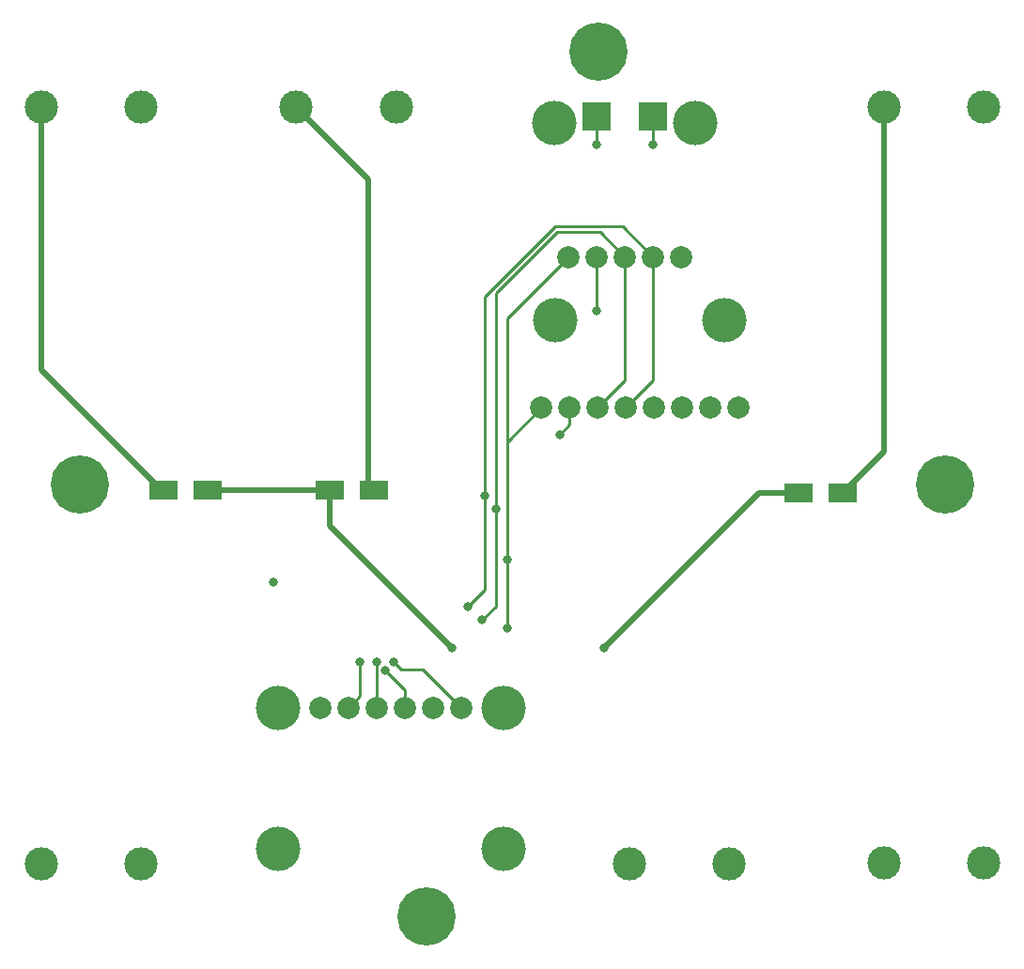
<source format=gbr>
%TF.GenerationSoftware,KiCad,Pcbnew,(5.1.10)-1*%
%TF.CreationDate,2022-05-09T17:44:24-07:00*%
%TF.ProjectId,solar-panel-side-Z,736f6c61-722d-4706-916e-656c2d736964,1.0*%
%TF.SameCoordinates,Original*%
%TF.FileFunction,Copper,L1,Top*%
%TF.FilePolarity,Positive*%
%FSLAX46Y46*%
G04 Gerber Fmt 4.6, Leading zero omitted, Abs format (unit mm)*
G04 Created by KiCad (PCBNEW (5.1.10)-1) date 2022-05-09 17:44:24*
%MOMM*%
%LPD*%
G01*
G04 APERTURE LIST*
%TA.AperFunction,ComponentPad*%
%ADD10C,5.250000*%
%TD*%
%TA.AperFunction,SMDPad,CuDef*%
%ADD11C,4.000000*%
%TD*%
%TA.AperFunction,SMDPad,CuDef*%
%ADD12C,2.000000*%
%TD*%
%TA.AperFunction,SMDPad,CuDef*%
%ADD13R,2.500000X1.700000*%
%TD*%
%TA.AperFunction,SMDPad,CuDef*%
%ADD14R,2.500000X2.500000*%
%TD*%
%TA.AperFunction,ComponentPad*%
%ADD15C,3.000000*%
%TD*%
%TA.AperFunction,ViaPad*%
%ADD16C,0.800000*%
%TD*%
%TA.AperFunction,Conductor*%
%ADD17C,0.250000*%
%TD*%
%TA.AperFunction,Conductor*%
%ADD18C,0.500000*%
%TD*%
G04 APERTURE END LIST*
D10*
%TO.P,J5,1*%
%TO.N,Net-(J5-Pad1)*%
X188500000Y-85000000D03*
%TD*%
%TO.P,J4,1*%
%TO.N,Net-(J4-Pad1)*%
X157250000Y-46000000D03*
%TD*%
%TO.P,J3,1*%
%TO.N,Net-(J3-Pad1)*%
X141750000Y-124000000D03*
%TD*%
%TO.P,J2,1*%
%TO.N,Net-(J2-Pad1)*%
X110500000Y-85000000D03*
%TD*%
D11*
%TO.P,U1,7*%
%TO.N,Net-(U1-Pad7)*%
X148660000Y-117850000D03*
%TO.P,U1,8*%
%TO.N,Net-(U1-Pad8)*%
X128340000Y-117850000D03*
%TO.P,U1,9*%
%TO.N,Net-(U1-Pad9)*%
X148660000Y-105150000D03*
D12*
%TO.P,U1,2*%
%TO.N,Net-(U1-Pad2)*%
X142310000Y-105150000D03*
%TO.P,U1,3*%
%TO.N,GND*%
X139770000Y-105150000D03*
%TO.P,U1,1*%
%TO.N,+3V3*%
X144850000Y-105150000D03*
%TO.P,U1,6*%
%TO.N,Net-(U1-Pad6)*%
X132150000Y-105150000D03*
%TO.P,U1,5*%
%TO.N,SDA*%
X134690000Y-105150000D03*
%TO.P,U1,4*%
%TO.N,SCL*%
X137230000Y-105150000D03*
D11*
%TO.P,U1,10*%
%TO.N,Net-(U1-Pad10)*%
X128340000Y-105150000D03*
%TD*%
D13*
%TO.P,D3,2*%
%TO.N,Net-(D3-Pad2)*%
X179250000Y-85750000D03*
%TO.P,D3,1*%
%TO.N,VSOLAR*%
X175250000Y-85750000D03*
%TD*%
%TO.P,D2,2*%
%TO.N,Net-(D2-Pad2)*%
X137000000Y-85500000D03*
%TO.P,D2,1*%
%TO.N,VSOLAR*%
X133000000Y-85500000D03*
%TD*%
%TO.P,D1,2*%
%TO.N,Net-(D1-Pad2)*%
X118000000Y-85500000D03*
%TO.P,D1,1*%
%TO.N,VSOLAR*%
X122000000Y-85500000D03*
%TD*%
D11*
%TO.P,U3,9*%
%TO.N,Net-(U3-Pad9)*%
X153380000Y-70190000D03*
%TO.P,U3,10*%
%TO.N,Net-(U3-Pad10)*%
X168620000Y-70190000D03*
D12*
%TO.P,U3,3*%
%TO.N,SCL*%
X157190000Y-78064000D03*
%TO.P,U3,4*%
%TO.N,SDA*%
X159730000Y-78064000D03*
%TO.P,U3,1*%
%TO.N,+3V3*%
X152110000Y-78064000D03*
%TO.P,U3,2*%
%TO.N,GND*%
X154650000Y-78064000D03*
%TO.P,U3,8*%
%TO.N,Net-(U3-Pad8)*%
X169890000Y-78064000D03*
%TO.P,U3,7*%
%TO.N,Net-(U3-Pad7)*%
X167350000Y-78064000D03*
%TO.P,U3,6*%
%TO.N,Net-(U3-Pad6)*%
X164810000Y-78064000D03*
%TO.P,U3,5*%
%TO.N,Net-(U3-Pad5)*%
X162270000Y-78064000D03*
%TD*%
D14*
%TO.P,U2,7*%
%TO.N,Net-(U2-Pad6)*%
X162190000Y-51800000D03*
%TO.P,U2,6*%
X157110000Y-51800000D03*
D11*
%TO.P,U2,9*%
%TO.N,Net-(U2-Pad9)*%
X166000000Y-52435000D03*
%TO.P,U2,8*%
%TO.N,Net-(U2-Pad8)*%
X153300000Y-52435000D03*
D12*
%TO.P,U2,1*%
%TO.N,+3V3*%
X154570000Y-64500000D03*
%TO.P,U2,2*%
%TO.N,GND*%
X157110000Y-64500000D03*
%TO.P,U2,5*%
%TO.N,Net-(U2-Pad5)*%
X164730000Y-64500000D03*
%TO.P,U2,4*%
%TO.N,SDA*%
X162190000Y-64500000D03*
%TO.P,U2,3*%
%TO.N,SCL*%
X159650000Y-64500000D03*
%TD*%
D15*
%TO.P,SC5,2*%
%TO.N,Net-(SC5-Pad2)*%
X191952000Y-51008000D03*
%TO.P,SC5,1*%
%TO.N,Net-(D3-Pad2)*%
X182952000Y-51008000D03*
%TD*%
%TO.P,SC4,1*%
%TO.N,Net-(SC3-Pad2)*%
X169000000Y-119250000D03*
%TO.P,SC4,2*%
%TO.N,GND*%
X160000000Y-119250000D03*
%TD*%
%TO.P,SC6,1*%
%TO.N,Net-(SC5-Pad2)*%
X191952000Y-119172000D03*
%TO.P,SC6,2*%
%TO.N,GND*%
X182952000Y-119172000D03*
%TD*%
%TO.P,SC3,1*%
%TO.N,Net-(D2-Pad2)*%
X130000000Y-51000000D03*
%TO.P,SC3,2*%
%TO.N,Net-(SC3-Pad2)*%
X139000000Y-51000000D03*
%TD*%
%TO.P,SC2,2*%
%TO.N,GND*%
X107006000Y-119250000D03*
%TO.P,SC2,1*%
%TO.N,Net-(SC1-Pad2)*%
X116006000Y-119250000D03*
%TD*%
%TO.P,SC1,2*%
%TO.N,Net-(SC1-Pad2)*%
X116006000Y-51008000D03*
%TO.P,SC1,1*%
%TO.N,Net-(D1-Pad2)*%
X107006000Y-51008000D03*
%TD*%
D16*
%TO.N,GND*%
X138000000Y-101750000D03*
X157110000Y-69390000D03*
X153750000Y-80500000D03*
%TO.N,+3V3*%
X138750000Y-101000000D03*
X149000000Y-97950010D03*
X149000000Y-91750000D03*
%TO.N,VSOLAR*%
X157750000Y-99750000D03*
X144000000Y-99750000D03*
%TO.N,SDA*%
X135750000Y-101000000D03*
X145500000Y-96000000D03*
X147000000Y-86000000D03*
%TO.N,SCL*%
X146750000Y-97250000D03*
X137250000Y-101000000D03*
X148000000Y-87250000D03*
%TO.N,Net-(U2-Pad6)*%
X162110000Y-54352000D03*
X157030000Y-54352000D03*
X127924000Y-93782000D03*
%TD*%
D17*
%TO.N,GND*%
X139770000Y-103520000D02*
X138000000Y-101750000D01*
X139770000Y-105150000D02*
X139770000Y-103520000D01*
X157110000Y-64500000D02*
X157110000Y-69390000D01*
X157110000Y-69390000D02*
X157000000Y-69500000D01*
X154650000Y-78064000D02*
X154650000Y-79600000D01*
X154650000Y-79600000D02*
X153750000Y-80500000D01*
X157110000Y-69390000D02*
X157110000Y-69390000D01*
X153750000Y-80500000D02*
X153750000Y-80500000D01*
%TO.N,+3V3*%
X141425001Y-101725001D02*
X144850000Y-105150000D01*
X139475001Y-101725001D02*
X141425001Y-101725001D01*
X138750000Y-101000000D02*
X139475001Y-101725001D01*
X149000000Y-70070000D02*
X154570000Y-64500000D01*
X149000000Y-81174000D02*
X152110000Y-78064000D01*
X149000000Y-82000000D02*
X149000000Y-81174000D01*
X149000000Y-97950010D02*
X149000000Y-82750000D01*
X149000000Y-82000000D02*
X149000000Y-70070000D01*
X149000000Y-82750000D02*
X149000000Y-82000000D01*
D18*
%TO.N,VSOLAR*%
X121856000Y-85500000D02*
X122000000Y-85500000D01*
X121856000Y-85500000D02*
X128750000Y-85500000D01*
X157750000Y-99750000D02*
X157750000Y-99750000D01*
X171750000Y-85750000D02*
X175250000Y-85750000D01*
X157750000Y-99750000D02*
X171750000Y-85750000D01*
X133000000Y-85500000D02*
X128750000Y-85500000D01*
X133000000Y-88750000D02*
X144000000Y-99750000D01*
X133000000Y-85500000D02*
X133000000Y-88750000D01*
%TO.N,Net-(D1-Pad2)*%
X107006000Y-74650000D02*
X117856000Y-85500000D01*
X107006000Y-51008000D02*
X107006000Y-74650000D01*
%TO.N,Net-(D2-Pad2)*%
X130000000Y-51000000D02*
X136500000Y-57500000D01*
X136500000Y-85000000D02*
X137000000Y-85500000D01*
X136500000Y-57500000D02*
X136500000Y-85000000D01*
D17*
%TO.N,SDA*%
X135750000Y-104090000D02*
X134690000Y-105150000D01*
X135750000Y-101000000D02*
X135750000Y-104090000D01*
X159440000Y-61750000D02*
X162190000Y-64500000D01*
X153363590Y-61750000D02*
X159440000Y-61750000D01*
X147000000Y-68113590D02*
X153363590Y-61750000D01*
X147000000Y-94500000D02*
X147000000Y-80250000D01*
X145500000Y-96000000D02*
X147000000Y-94500000D01*
X162190000Y-75604000D02*
X159730000Y-78064000D01*
X162190000Y-64500000D02*
X162190000Y-75604000D01*
X147000000Y-80250000D02*
X147000000Y-68113590D01*
%TO.N,SCL*%
X137250000Y-105130000D02*
X137230000Y-105150000D01*
X137250000Y-101000000D02*
X137250000Y-105130000D01*
X157400000Y-62250000D02*
X159650000Y-64500000D01*
X148000000Y-67750000D02*
X153500000Y-62250000D01*
X153500000Y-62250000D02*
X157400000Y-62250000D01*
X148000000Y-96000000D02*
X148000000Y-81500000D01*
X146750000Y-97250000D02*
X148000000Y-96000000D01*
X159650000Y-75604000D02*
X157190000Y-78064000D01*
X159650000Y-64500000D02*
X159650000Y-75604000D01*
X148000000Y-81500000D02*
X148000000Y-67750000D01*
%TO.N,Net-(U2-Pad6)*%
X162040000Y-54422000D02*
X162110000Y-54352000D01*
X156960000Y-54422000D02*
X157030000Y-54352000D01*
X157110000Y-54272000D02*
X157030000Y-54352000D01*
X157110000Y-51800000D02*
X157110000Y-54272000D01*
X162190000Y-54272000D02*
X162110000Y-54352000D01*
X162190000Y-51800000D02*
X162190000Y-54272000D01*
D18*
%TO.N,Net-(D3-Pad2)*%
X182952000Y-82048000D02*
X179250000Y-85750000D01*
X182952000Y-51008000D02*
X182952000Y-82048000D01*
%TD*%
M02*

</source>
